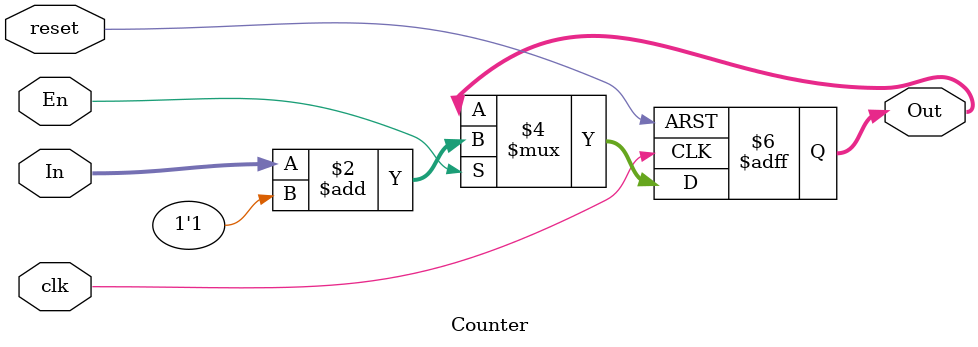
<source format=v>
module Counter(Out, In, En, reset, clk);
        input clk, reset, En;
        input[7:0] In; 
	output reg [7:0] Out;
	
	always @ (posedge clk, posedge reset)
	begin
		if(reset)
		begin
			Out <= 8'd1;
		end
		else
		begin
			if(En)
				Out <= In + 1'b1;
			else
				Out <= Out;
		end
	end
endmodule

</source>
